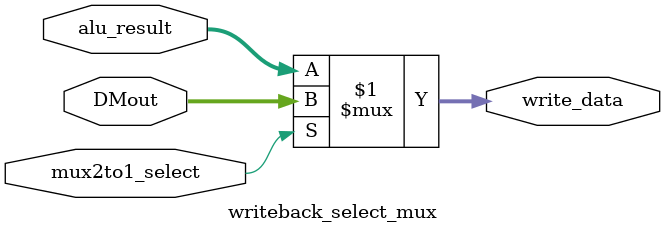
<source format=v>
module writeback_select_mux(write_data, DMout, alu_result, mux2to1_select);

  parameter DataSize = 32;

  output [DataSize-1:0] write_data;
  input [DataSize-1:0] DMout;
  input [DataSize-1:0] alu_result;
  input mux2to1_select;

  assign write_data = (mux2to1_select) ? DMout : alu_result;

endmodule

</source>
